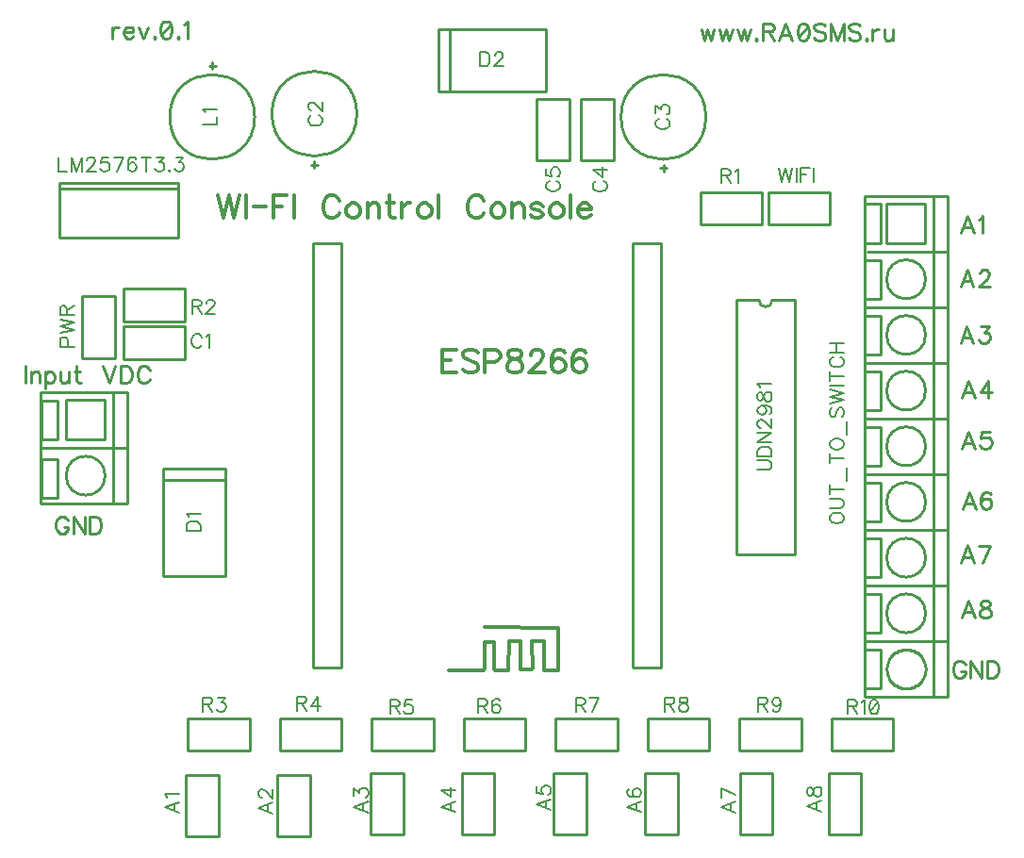
<source format=gbr>
G04 DipTrace 3.3.0.1*
G04 TopSilk.gbr*
%MOIN*%
G04 #@! TF.FileFunction,Legend,Top*
G04 #@! TF.Part,Single*
%ADD10C,0.009843*%
%ADD13C,0.011811*%
%ADD60C,0.00772*%
%ADD61C,0.012351*%
%ADD62C,0.009264*%
%FSLAX26Y26*%
G04*
G70*
G90*
G75*
G01*
G04 TopSilk*
%LPD*%
X973811Y555206D2*
D10*
X1088890D1*
Y772923D1*
X973811D1*
Y555206D1*
X1298811D2*
X1413890D1*
Y772923D1*
X1298811D1*
Y555206D1*
X1627992Y561328D2*
X1743071D1*
Y779045D1*
X1627992D1*
Y561328D1*
X1949932Y560358D2*
X2065010D1*
Y778075D1*
X1949932D1*
Y560358D1*
X2273811Y561328D2*
X2388890D1*
Y779045D1*
X2273811D1*
Y561328D1*
X2598811D2*
X2713890D1*
Y779045D1*
X2598811D1*
Y561328D1*
X2932995D2*
X3048073D1*
Y779045D1*
X2932995D1*
Y561328D1*
X3245749D2*
X3360828D1*
Y779045D1*
X3245749D1*
Y561328D1*
X752852Y2357425D2*
X970568D1*
Y2242346D1*
X752852D1*
Y2357425D1*
X1440375Y2928463D2*
X1416735D1*
X1428555Y2916667D2*
Y2940293D1*
X1278555Y3109573D2*
G02X1278555Y3109573I150000J0D01*
G01*
X2674332Y2916732D2*
X2650692D1*
X2662512Y2904936D2*
Y2928562D1*
X2512512Y3097842D2*
G02X2512512Y3097842I150000J0D01*
G01*
X2486192Y3161488D2*
X2371113D1*
Y2943772D1*
X2486192D1*
Y3161488D1*
X2329734Y3160984D2*
X2214655D1*
Y2943268D1*
X2329734D1*
Y3160984D1*
X893550Y1854814D2*
Y1476711D1*
X1114022Y1854814D2*
Y1476711D1*
X893550Y1854814D2*
X1114022D1*
X893550Y1504570D2*
Y1473303D1*
X1114022D1*
Y1504570D1*
Y1815624D2*
X893550D1*
X1867304Y3188646D2*
X2245407D1*
X1867304Y3409118D2*
X2245407D1*
X1867304Y3188646D2*
Y3409118D1*
X2217548Y3188646D2*
X2248815D1*
Y3409118D1*
X2217548D1*
X1906494D2*
Y3188646D1*
X1425383Y1151997D2*
X1525383D1*
X1425383Y2651997D2*
X1525383D1*
Y2576997D1*
Y1151997D1*
X1425383Y2651997D2*
Y1151997D1*
X2654228Y2651421D2*
X2554228D1*
X2654228Y1151421D2*
X2554228D1*
Y1226421D1*
Y2651421D1*
X2654228Y1151421D2*
Y2651421D1*
X765772Y2125869D2*
X460654D1*
Y1732168D1*
X765772D1*
Y2125869D1*
X521586Y2095396D2*
X462515D1*
Y1957601D1*
X521586D1*
Y2095396D1*
Y1888703D2*
X462515D1*
Y1750908D1*
X521586D1*
Y1888703D1*
X551121Y1829648D2*
G02X551121Y1829648I68896J0D01*
G01*
X687021Y2096341D2*
X549229D1*
Y1958546D1*
X687021D1*
Y2096341D1*
X765772Y1929018D2*
X460654D1*
X716556Y2125869D2*
Y1732168D1*
X1055751Y3279040D2*
X1079391D1*
X1067571Y3290836D2*
Y3267209D1*
X917571Y3097930D2*
G02X917571Y3097930I150000J0D01*
G01*
X528524Y2845068D2*
X945846D1*
X528524Y2864745D2*
X945846D1*
X528524Y2671832D2*
X945846D1*
X528524D2*
Y2864745D1*
X945846Y2671832D2*
Y2864745D1*
X3668042Y2819328D2*
X3372766D1*
Y1047675D1*
X3668042D1*
Y2819328D1*
X3451516Y2523993D2*
G02X3451516Y2523993I68888J0D01*
G01*
Y2327163D2*
G02X3451516Y2327163I68888J0D01*
G01*
Y2130332D2*
G02X3451516Y2130332I68888J0D01*
G01*
Y1933501D2*
G02X3451516Y1933501I68888J0D01*
G01*
Y1736671D2*
G02X3451516Y1736671I68888J0D01*
G01*
Y1539840D2*
G02X3451516Y1539840I68888J0D01*
G01*
Y1343009D2*
G02X3451516Y1343009I68888J0D01*
G01*
Y1146090D2*
X3451684Y1150891D1*
X3452187Y1155669D1*
X3453022Y1160400D1*
X3454185Y1165062D1*
X3455671Y1169631D1*
X3457472Y1174085D1*
X3459580Y1178403D1*
X3461984Y1182564D1*
X3464673Y1186546D1*
X3467633Y1190332D1*
X3470850Y1193902D1*
X3474309Y1197240D1*
X3477993Y1200328D1*
X3481883Y1203152D1*
X3485960Y1205697D1*
X3490206Y1207953D1*
X3494598Y1209907D1*
X3499117Y1211550D1*
X3503739Y1212874D1*
X3508442Y1213873D1*
X3513203Y1214542D1*
X3518000Y1214877D1*
X3522808D1*
X3527605Y1214542D1*
X3532366Y1213873D1*
X3537070Y1212874D1*
X3541692Y1211550D1*
X3546210Y1209907D1*
X3550603Y1207953D1*
X3554848Y1205697D1*
X3558926Y1203152D1*
X3562816Y1200328D1*
X3566499Y1197240D1*
X3569958Y1193902D1*
X3573175Y1190332D1*
X3576136Y1186546D1*
X3578824Y1182564D1*
X3581229Y1178403D1*
X3583336Y1174085D1*
X3585138Y1169631D1*
X3586623Y1165062D1*
X3587787Y1160400D1*
X3588622Y1155669D1*
X3589124Y1150891D1*
X3589292Y1146090D1*
X3589124Y1141289D1*
X3588622Y1136511D1*
X3587787Y1131780D1*
X3586623Y1127118D1*
X3585138Y1122549D1*
X3583336Y1118095D1*
X3581229Y1113777D1*
X3578824Y1109616D1*
X3576136Y1105633D1*
X3573175Y1101848D1*
X3569958Y1098277D1*
X3566499Y1094940D1*
X3562816Y1091852D1*
X3558926Y1089028D1*
X3554848Y1086482D1*
X3550603Y1084227D1*
X3546210Y1082273D1*
X3541692Y1080630D1*
X3537070Y1079306D1*
X3532366Y1078307D1*
X3527605Y1077638D1*
X3522808Y1077303D1*
X3518000D1*
X3513203Y1077638D1*
X3508442Y1078307D1*
X3503739Y1079306D1*
X3499117Y1080630D1*
X3494598Y1082273D1*
X3490206Y1084227D1*
X3485960Y1086482D1*
X3481883Y1089028D1*
X3477993Y1091852D1*
X3474309Y1094940D1*
X3470850Y1098277D1*
X3467633Y1101848D1*
X3464673Y1105633D1*
X3461984Y1109616D1*
X3459580Y1113777D1*
X3457472Y1118095D1*
X3455671Y1122549D1*
X3454185Y1127118D1*
X3453022Y1131780D1*
X3452187Y1136511D1*
X3451684Y1141289D1*
X3451516Y1146090D1*
X3587432Y2790804D2*
X3449627D1*
Y2652970D1*
X3587432D1*
Y2790804D1*
X3431822Y2789741D2*
X3372766D1*
Y2652084D1*
X3431822D1*
Y2789741D1*
Y2592911D2*
X3372766D1*
Y2455076D1*
X3431822D1*
Y2592911D1*
Y2396080D2*
X3372766D1*
Y2258245D1*
X3431822D1*
Y2396080D1*
Y2199249D2*
X3372766D1*
Y2061415D1*
X3431822D1*
Y2199249D1*
Y2002419D2*
X3372766D1*
Y1864584D1*
X3431822D1*
Y2002419D1*
Y1805588D2*
X3372766D1*
Y1667753D1*
X3431822D1*
Y1805588D1*
Y1608757D2*
X3372766D1*
Y1470923D1*
X3431822D1*
Y1608757D1*
Y1411927D2*
X3372766D1*
Y1274092D1*
X3431822D1*
Y1411927D1*
Y1214919D2*
X3372766D1*
Y1077261D1*
X3431822D1*
Y1214919D1*
X3382599Y2622497D2*
X3668042D1*
X3372766Y2425667D2*
X3668042D1*
X3372766Y2228836D2*
X3668042D1*
X3372766Y2032005D2*
X3668042D1*
X3372766Y1834997D2*
X3668042D1*
X3372766Y1638167D2*
X3668042D1*
X3372766Y1441336D2*
X3668042D1*
X3372766Y1244505D2*
X3668042D1*
X3618820Y2819328D2*
Y1047675D1*
X607269Y2246325D2*
X722348D1*
Y2464042D1*
X607269D1*
Y2246325D1*
X3012030Y2717849D2*
X2794314D1*
Y2832928D1*
X3012030D1*
Y2717849D1*
X753795Y2490114D2*
X971512D1*
Y2375035D1*
X753795D1*
Y2490114D1*
X981724Y971660D2*
X1199441D1*
Y856581D1*
X981724D1*
Y971660D1*
X1306724D2*
X1524441D1*
Y856581D1*
X1306724D1*
Y971660D1*
X1631724D2*
X1849441D1*
Y856581D1*
X1631724D1*
Y971660D1*
X1956724D2*
X2174441D1*
Y856581D1*
X1956724D1*
Y971660D1*
X2281724D2*
X2499441D1*
Y856581D1*
X2281724D1*
Y971660D1*
X2606724D2*
X2824441D1*
Y856581D1*
X2606724D1*
Y971660D1*
X2931724D2*
X3149441D1*
Y856581D1*
X2931724D1*
Y971660D1*
X3256724D2*
X3474441D1*
Y856581D1*
X3256724D1*
Y971660D1*
X3125566Y2450264D2*
Y1552626D1*
X2920833D2*
X3125566D1*
X2920833Y2450264D2*
Y1552626D1*
Y2450264D2*
X2999574D1*
X3125566D2*
X3046825D1*
X2999574D2*
G03X3046825Y2450264I23626J18D01*
G01*
X3250501Y2717255D2*
X3032785D1*
Y2832333D1*
X3250501D1*
Y2717255D1*
X1904715Y1142499D2*
D13*
X2027157D1*
X2030833Y1146377D2*
Y1240852D1*
X2033255Y1242063D2*
X2064142D1*
X2064764Y1237741D2*
X2064747Y1144559D1*
X2067621Y1142499D2*
X2113316D1*
X2115474Y1142458D2*
X2115694Y1243887D1*
X2117329Y1243420D2*
X2155867Y1243559D1*
X2156568Y1242159D2*
Y1145260D1*
X2157268Y1145493D2*
X2197429Y1146194D1*
X2199050Y1146522D2*
X2198829Y1243325D1*
X2198969Y1243394D2*
X2240858Y1243559D1*
X2241728Y1243394D2*
X2241791Y1142925D1*
X2242959Y1141757D2*
X2289657D1*
X2290199Y1141798D2*
X2290211Y1291490D1*
X2287546Y1292823D2*
X2031733Y1293489D1*
X949382Y675621D2*
D60*
X899142Y656442D1*
X949382Y637319D1*
X932635Y644504D2*
Y668436D1*
X908759Y691060D2*
X906327Y695869D1*
X899197Y703054D1*
X949382D1*
X1280504Y674055D2*
X1230264Y654876D1*
X1280504Y635753D1*
X1263757Y642938D2*
X1263758Y666870D1*
X1242258Y691926D2*
X1239881D1*
X1235073Y694302D1*
X1232696Y696679D1*
X1230319Y701487D1*
Y711049D1*
X1232696Y715802D1*
X1235073Y718179D1*
X1239881Y720611D1*
X1244634D1*
X1249443Y718179D1*
X1256572Y713426D1*
X1280504Y689494D1*
Y722987D1*
X1618868Y677115D2*
X1568628Y657937D1*
X1618868Y638813D1*
X1602121Y645998D2*
Y669930D1*
X1568683Y697363D2*
Y723616D1*
X1587806Y709301D1*
Y716486D1*
X1590183Y721239D1*
X1592559Y723616D1*
X1599744Y726048D1*
X1604498D1*
X1611683Y723616D1*
X1616491Y718863D1*
X1618868Y711678D1*
Y704493D1*
X1616491Y697363D1*
X1614059Y694986D1*
X1609306Y692554D1*
X1928563Y678019D2*
X1878323Y658840D1*
X1928563Y639717D1*
X1911817Y646902D2*
Y670834D1*
X1928563Y717390D2*
X1878379D1*
X1911817Y693458D1*
Y729328D1*
X2264687Y686299D2*
X2214447Y667120D1*
X2264687Y647997D1*
X2247940Y655182D2*
Y679114D1*
X2214502Y730423D2*
Y706547D1*
X2236002Y704170D1*
X2233625Y706547D1*
X2231193Y713732D1*
Y720861D1*
X2233625Y728046D1*
X2238378Y732855D1*
X2245563Y735231D1*
X2250317D1*
X2257502Y732855D1*
X2262310Y728046D1*
X2264687Y720861D1*
Y713732D1*
X2262310Y706546D1*
X2259878Y704170D1*
X2255125Y701738D1*
X2583565Y678331D2*
X2533325Y659153D1*
X2583565Y640029D1*
X2566818Y647214D2*
Y671146D1*
X2540510Y722455D2*
X2535756Y720079D1*
X2533380Y712894D1*
Y708140D1*
X2535756Y700955D1*
X2542941Y696147D1*
X2554880Y693770D1*
X2566818D1*
X2576380Y696147D1*
X2581188Y700955D1*
X2583565Y708140D1*
Y710517D1*
X2581188Y717647D1*
X2576380Y722455D1*
X2569194Y724832D1*
X2566818D1*
X2559633Y722455D1*
X2554880Y717647D1*
X2552503Y710517D1*
Y708140D1*
X2554880Y700955D1*
X2559633Y696147D1*
X2566818Y693770D1*
X2917748Y677115D2*
X2867508Y657937D1*
X2917748Y638813D1*
X2901002Y645998D2*
Y669930D1*
X2917748Y702116D2*
X2867564Y726048D1*
Y692554D1*
X3221320Y680204D2*
X3171080Y661026D1*
X3221320Y641903D1*
X3204574Y649088D2*
Y673019D1*
X3171136Y707582D2*
X3173512Y700452D1*
X3178266Y698020D1*
X3183074D1*
X3187827Y700452D1*
X3190259Y705205D1*
X3192636Y714767D1*
X3195012Y721952D1*
X3199821Y726705D1*
X3204574Y729082D1*
X3211759D1*
X3216512Y726705D1*
X3218944Y724329D1*
X3221320Y717143D1*
Y707582D1*
X3218944Y700452D1*
X3216512Y698020D1*
X3211759Y695644D1*
X3204574D1*
X3199821Y698020D1*
X3195012Y702829D1*
X3192636Y709958D1*
X3190259Y719520D1*
X3187827Y724329D1*
X3183074Y726705D1*
X3178266D1*
X3173512Y724329D1*
X3171136Y717144D1*
Y707582D1*
X1031226Y2319141D2*
X1028850Y2323895D1*
X1024041Y2328703D1*
X1019288Y2331080D1*
X1009727D1*
X1004918Y2328703D1*
X1000165Y2323895D1*
X997733Y2319141D1*
X995357Y2311956D1*
Y2299963D1*
X997733Y2292833D1*
X1000165Y2288025D1*
X1004918Y2283272D1*
X1009727Y2280840D1*
X1019288D1*
X1024041Y2283272D1*
X1028850Y2288025D1*
X1031226Y2292833D1*
X1046666Y2321463D2*
X1051474Y2323895D1*
X1058659Y2331024D1*
Y2280840D1*
X1418483Y3103020D2*
X1413730Y3100643D1*
X1408922Y3095835D1*
X1406545Y3091082D1*
Y3081520D1*
X1408922Y3076712D1*
X1413730Y3071959D1*
X1418483Y3069527D1*
X1425668Y3067150D1*
X1437662D1*
X1444791Y3069527D1*
X1449600Y3071959D1*
X1454353Y3076712D1*
X1456785Y3081520D1*
Y3091082D1*
X1454353Y3095835D1*
X1449600Y3100643D1*
X1444792Y3103020D1*
X1418539Y3120891D2*
X1416162D1*
X1411353Y3123268D1*
X1408977Y3125644D1*
X1406600Y3130453D1*
Y3140014D1*
X1408977Y3144767D1*
X1411353Y3147144D1*
X1416162Y3149576D1*
X1420915D1*
X1425724Y3147144D1*
X1432853Y3142391D1*
X1456785Y3118459D1*
Y3151952D1*
X2646318Y3091289D2*
X2641565Y3088912D1*
X2636756Y3084104D1*
X2634380Y3079351D1*
Y3069789D1*
X2636756Y3064981D1*
X2641565Y3060228D1*
X2646318Y3057796D1*
X2653503Y3055419D1*
X2665496D1*
X2672626Y3057796D1*
X2677435Y3060228D1*
X2682188Y3064981D1*
X2684620Y3069789D1*
Y3079351D1*
X2682188Y3084104D1*
X2677435Y3088912D1*
X2672626Y3091289D1*
X2634435Y3111537D2*
Y3137790D1*
X2653558Y3123475D1*
Y3130660D1*
X2655935Y3135413D1*
X2658311Y3137790D1*
X2665496Y3140221D1*
X2670250D1*
X2677435Y3137790D1*
X2682243Y3133036D1*
X2684620Y3125851D1*
Y3118666D1*
X2682243Y3111537D1*
X2679811Y3109160D1*
X2675058Y3106728D1*
X2424702Y2870429D2*
X2419949Y2868052D1*
X2415141Y2863244D1*
X2412764Y2858491D1*
Y2848929D1*
X2415141Y2844121D1*
X2419949Y2839367D1*
X2424702Y2836935D1*
X2431887Y2834559D1*
X2443881D1*
X2451011Y2836935D1*
X2455819Y2839367D1*
X2460572Y2844120D1*
X2463004Y2848929D1*
Y2858491D1*
X2460572Y2863244D1*
X2455819Y2868052D1*
X2451011Y2870429D1*
X2463004Y2909800D2*
X2412819D1*
X2446258Y2885868D1*
Y2921738D1*
X2259062Y2871113D2*
X2254309Y2868737D1*
X2249500Y2863928D1*
X2247124Y2859175D1*
Y2849613D1*
X2249500Y2844805D1*
X2254309Y2840052D1*
X2259062Y2837620D1*
X2266247Y2835243D1*
X2278240D1*
X2285370Y2837620D1*
X2290179Y2840052D1*
X2294932Y2844805D1*
X2297364Y2849613D1*
Y2859175D1*
X2294932Y2863928D1*
X2290179Y2868736D1*
X2285370Y2871113D1*
X2247179Y2915237D2*
Y2891361D1*
X2268679Y2888984D1*
X2266302Y2891361D1*
X2263870Y2898546D1*
Y2905676D1*
X2266302Y2912861D1*
X2271055Y2917669D1*
X2278241Y2920046D1*
X2282994D1*
X2290179Y2917669D1*
X2294987Y2912861D1*
X2297364Y2905676D1*
Y2898546D1*
X2294987Y2891361D1*
X2292555Y2888984D1*
X2287802Y2886552D1*
X975654Y1635300D2*
X1025894D1*
Y1652046D1*
X1023462Y1659231D1*
X1018709Y1664040D1*
X1013900Y1666416D1*
X1006771Y1668793D1*
X994777D1*
X987592Y1666416D1*
X982839Y1664040D1*
X978031Y1659231D1*
X975654Y1652046D1*
Y1635300D1*
X985271Y1684232D2*
X982839Y1689041D1*
X975709Y1696226D1*
X1025894D1*
X2015143Y3327014D2*
Y3276774D1*
X2031889D1*
X2039074Y3279206D1*
X2043883Y3283959D1*
X2046259Y3288768D1*
X2048636Y3295897D1*
Y3307891D1*
X2046259Y3315076D1*
X2043883Y3319829D1*
X2039074Y3324637D1*
X2031889Y3327014D1*
X2015143D1*
X2066507Y3315021D2*
Y3317397D1*
X2068884Y3322206D1*
X2071260Y3324582D1*
X2076069Y3326959D1*
X2085630D1*
X2090384Y3324582D1*
X2092760Y3322206D1*
X2095192Y3317397D1*
Y3312644D1*
X2092760Y3307836D1*
X2088007Y3300706D1*
X2064075Y3276774D1*
X2097569D1*
X1033317Y3069893D2*
X1083557D1*
Y3098578D1*
X1042934Y3114017D2*
X1040502Y3118825D1*
X1033372Y3126010D1*
X1083557D1*
X525011Y2955597D2*
Y2905357D1*
X553696D1*
X607382D2*
Y2955597D1*
X588259Y2905357D1*
X569136Y2955597D1*
Y2905357D1*
X625253Y2943603D2*
Y2945980D1*
X627630Y2950788D1*
X630006Y2953165D1*
X634815Y2955541D1*
X644376D1*
X649130Y2953165D1*
X651506Y2950788D1*
X653938Y2945980D1*
Y2941227D1*
X651506Y2936418D1*
X646753Y2929288D1*
X622821Y2905357D1*
X656315D1*
X700439Y2955541D2*
X676562D1*
X674186Y2934042D1*
X676562Y2936418D1*
X683747Y2938850D1*
X690877D1*
X698062Y2936418D1*
X702871Y2931665D1*
X705247Y2924480D1*
Y2919727D1*
X702871Y2912542D1*
X698062Y2907733D1*
X690877Y2905357D1*
X683747D1*
X676562Y2907733D1*
X674186Y2910165D1*
X671754Y2914918D1*
X730248Y2905357D2*
X754180Y2955541D1*
X720687D1*
X798304Y2948412D2*
X795927Y2953165D1*
X788742Y2955541D1*
X783989D1*
X776804Y2953165D1*
X771996Y2945980D1*
X769619Y2934042D1*
Y2922103D1*
X771996Y2912542D1*
X776804Y2907733D1*
X783989Y2905357D1*
X786366D1*
X793496Y2907733D1*
X798304Y2912542D1*
X800681Y2919727D1*
Y2922103D1*
X798304Y2929288D1*
X793496Y2934042D1*
X786366Y2936418D1*
X783989D1*
X776804Y2934042D1*
X771996Y2929288D1*
X769619Y2922103D1*
X832867Y2955597D2*
Y2905357D1*
X816120Y2955597D2*
X849613D1*
X869861Y2955541D2*
X896114D1*
X881799Y2936418D1*
X888984D1*
X893737Y2934042D1*
X896114Y2931665D1*
X898546Y2924480D1*
Y2919727D1*
X896114Y2912542D1*
X891361Y2907733D1*
X884176Y2905357D1*
X876991D1*
X869861Y2907733D1*
X867484Y2910165D1*
X865052Y2914918D1*
X916362Y2910165D2*
X913985Y2907733D1*
X916362Y2905357D1*
X918793Y2907733D1*
X916362Y2910165D1*
X939041Y2955541D2*
X965294D1*
X950979Y2936418D1*
X958164D1*
X962918Y2934042D1*
X965294Y2931665D1*
X967726Y2924480D1*
Y2919727D1*
X965294Y2912542D1*
X960541Y2907733D1*
X953356Y2905357D1*
X946171D1*
X939041Y2907733D1*
X936665Y2910165D1*
X934233Y2914918D1*
X3250448Y1675127D2*
X3252825Y1670319D1*
X3257633Y1665565D1*
X3262386Y1663134D1*
X3269571Y1660757D1*
X3281565D1*
X3288694Y1663134D1*
X3293503Y1665565D1*
X3298256Y1670319D1*
X3300688Y1675127D1*
Y1684689D1*
X3298256Y1689442D1*
X3293503Y1694250D1*
X3288694Y1696627D1*
X3281565Y1699003D1*
X3269571D1*
X3262386Y1696627D1*
X3257633Y1694250D1*
X3252825Y1689442D1*
X3250448Y1684689D1*
Y1675127D1*
Y1714443D2*
X3286318D1*
X3293503Y1716819D1*
X3298256Y1721628D1*
X3300688Y1728813D1*
Y1733566D1*
X3298256Y1740751D1*
X3293503Y1745559D1*
X3286318Y1747936D1*
X3250448D1*
Y1780122D2*
X3300688D1*
X3250448Y1763375D2*
Y1796869D1*
X3308978Y1812308D2*
Y1857739D1*
X3250448Y1889925D2*
X3300688D1*
X3250448Y1873179D2*
Y1906672D1*
Y1936481D2*
X3252825Y1931673D1*
X3257633Y1926920D1*
X3262386Y1924488D1*
X3269571Y1922111D1*
X3281565D1*
X3288694Y1924488D1*
X3293503Y1926920D1*
X3298256Y1931673D1*
X3300688Y1936481D1*
Y1946043D1*
X3298256Y1950796D1*
X3293503Y1955604D1*
X3288694Y1957981D1*
X3281565Y1960358D1*
X3269571D1*
X3262386Y1957981D1*
X3257633Y1955605D1*
X3252825Y1950796D1*
X3250448Y1946043D1*
Y1936481D1*
X3308978Y1975797D2*
Y2021228D1*
X3257633Y2070161D2*
X3252825Y2065408D1*
X3250448Y2058223D1*
Y2048661D1*
X3252825Y2041476D1*
X3257633Y2036668D1*
X3262386D1*
X3267195Y2039100D1*
X3269571Y2041476D1*
X3271948Y2046229D1*
X3276756Y2060599D1*
X3279133Y2065408D1*
X3281565Y2067784D1*
X3286318Y2070161D1*
X3293503D1*
X3298256Y2065408D1*
X3300688Y2058223D1*
Y2048661D1*
X3298256Y2041476D1*
X3293503Y2036668D1*
X3250448Y2085600D2*
X3300688Y2097594D1*
X3250448Y2109532D1*
X3300688Y2121470D1*
X3250448Y2133464D1*
Y2148903D2*
X3300688D1*
X3250448Y2181089D2*
X3300688D1*
X3250448Y2164342D2*
Y2197836D1*
X3262386Y2249145D2*
X3257633Y2246768D1*
X3252825Y2241960D1*
X3250448Y2237207D1*
Y2227645D1*
X3252825Y2222836D1*
X3257633Y2218083D1*
X3262386Y2215651D1*
X3269571Y2213275D1*
X3281565D1*
X3288694Y2215651D1*
X3293503Y2218083D1*
X3298256Y2222836D1*
X3300688Y2227645D1*
Y2237207D1*
X3298256Y2241960D1*
X3293503Y2246768D1*
X3288694Y2249145D1*
X3250448Y2264584D2*
X3300688D1*
X3250448Y2298077D2*
X3300688D1*
X3274380Y2264584D2*
Y2298077D1*
X555847Y2285381D2*
Y2306936D1*
X553470Y2314066D1*
X551038Y2316498D1*
X546285Y2318875D1*
X539100D1*
X534347Y2316498D1*
X531915Y2314066D1*
X529538Y2306936D1*
Y2285381D1*
X579778D1*
X529538Y2334314D2*
X579778Y2346307D1*
X529538Y2358245D1*
X579778Y2370184D1*
X529538Y2382177D1*
X553470Y2397616D2*
Y2419116D1*
X551038Y2426301D1*
X548662Y2428733D1*
X543909Y2431110D1*
X539100D1*
X534347Y2428733D1*
X531915Y2426301D1*
X529538Y2419116D1*
Y2397616D1*
X579778D1*
X553470Y2414363D2*
X579778Y2431110D1*
X2866587Y2889787D2*
X2888087D1*
X2895272Y2892219D1*
X2897704Y2894596D1*
X2900080Y2899349D1*
Y2904157D1*
X2897704Y2908910D1*
X2895272Y2911342D1*
X2888087Y2913719D1*
X2866587D1*
Y2863479D1*
X2883334Y2889787D2*
X2900080Y2863479D1*
X2915519Y2904102D2*
X2920328Y2906534D1*
X2927513Y2913664D1*
Y2863479D1*
X995922Y2427592D2*
X1017422D1*
X1024607Y2430023D1*
X1027039Y2432400D1*
X1029416Y2437153D1*
Y2441962D1*
X1027039Y2446715D1*
X1024607Y2449147D1*
X1017422Y2451523D1*
X995922D1*
Y2401283D1*
X1012669Y2427592D2*
X1029416Y2401283D1*
X1047287Y2439530D2*
Y2441906D1*
X1049663Y2446715D1*
X1052040Y2449091D1*
X1056848Y2451468D1*
X1066410D1*
X1071163Y2449091D1*
X1073540Y2446715D1*
X1075972Y2441906D1*
Y2437153D1*
X1073540Y2432345D1*
X1068787Y2425215D1*
X1044855Y2401283D1*
X1078348D1*
X1034064Y1022397D2*
X1055564D1*
X1062749Y1024829D1*
X1065181Y1027206D1*
X1067557Y1031959D1*
Y1036767D1*
X1065181Y1041521D1*
X1062749Y1043952D1*
X1055564Y1046329D1*
X1034064D1*
Y996089D1*
X1050811Y1022397D2*
X1067557Y996089D1*
X1087805Y1046274D2*
X1114058D1*
X1099743Y1027151D1*
X1106928D1*
X1111681Y1024774D1*
X1114058Y1022397D1*
X1116490Y1015212D1*
Y1010459D1*
X1114058Y1003274D1*
X1109305Y998466D1*
X1102120Y996089D1*
X1094935D1*
X1087805Y998466D1*
X1085428Y1000897D1*
X1082997Y1005651D1*
X1367059Y1025459D2*
X1388559D1*
X1395744Y1027891D1*
X1398176Y1030267D1*
X1400553Y1035021D1*
Y1039829D1*
X1398176Y1044582D1*
X1395744Y1047014D1*
X1388559Y1049391D1*
X1367059D1*
Y999151D1*
X1383806Y1025459D2*
X1400553Y999151D1*
X1439924D2*
Y1049335D1*
X1415992Y1015897D1*
X1451862D1*
X1696308Y1013215D2*
X1717808D1*
X1724993Y1015647D1*
X1727425Y1018023D1*
X1729801Y1022777D1*
Y1027585D1*
X1727425Y1032338D1*
X1724993Y1034770D1*
X1717808Y1037147D1*
X1696308D1*
Y986907D1*
X1713055Y1013215D2*
X1729801Y986907D1*
X1773926Y1037091D2*
X1750049D1*
X1747672Y1015592D1*
X1750049Y1017968D1*
X1757234Y1020400D1*
X1764364D1*
X1771549Y1017968D1*
X1776357Y1013215D1*
X1778734Y1006030D1*
Y1001277D1*
X1776357Y994092D1*
X1771549Y989283D1*
X1764364Y986907D1*
X1757234D1*
X1750049Y989283D1*
X1747672Y991715D1*
X1745241Y996468D1*
X2007220Y1016275D2*
X2028719D1*
X2035904Y1018707D1*
X2038336Y1021084D1*
X2040713Y1025837D1*
Y1030645D1*
X2038336Y1035399D1*
X2035904Y1037830D1*
X2028719Y1040207D1*
X2007220D1*
Y989967D1*
X2023966Y1016275D2*
X2040713Y989967D1*
X2084837Y1033022D2*
X2082460Y1037775D1*
X2075275Y1040152D1*
X2070522D1*
X2063337Y1037775D1*
X2058529Y1030590D1*
X2056152Y1018652D1*
Y1006714D1*
X2058529Y997152D1*
X2063337Y992344D1*
X2070522Y989967D1*
X2072899D1*
X2080029Y992344D1*
X2084837Y997152D1*
X2087214Y1004337D1*
Y1006714D1*
X2084837Y1013899D1*
X2080029Y1018652D1*
X2072899Y1021028D1*
X2070522D1*
X2063337Y1018652D1*
X2058529Y1013899D1*
X2056152Y1006714D1*
X2352431Y1019337D2*
X2373931D1*
X2381116Y1021769D1*
X2383548Y1024145D1*
X2385925Y1028899D1*
Y1033707D1*
X2383548Y1038460D1*
X2381116Y1040892D1*
X2373931Y1043269D1*
X2352431D1*
Y993029D1*
X2369178Y1019337D2*
X2385925Y993029D1*
X2410926D2*
X2434857Y1043213D1*
X2401364D1*
X2668275Y1022397D2*
X2689775D1*
X2696960Y1024829D1*
X2699392Y1027206D1*
X2701769Y1031959D1*
Y1036767D1*
X2699392Y1041521D1*
X2696960Y1043952D1*
X2689775Y1046329D1*
X2668275D1*
Y996089D1*
X2685022Y1022397D2*
X2701769Y996089D1*
X2729146Y1046274D2*
X2722016Y1043897D1*
X2719584Y1039144D1*
Y1034336D1*
X2722016Y1029582D1*
X2726770Y1027151D1*
X2736331Y1024774D1*
X2743516Y1022397D1*
X2748269Y1017589D1*
X2750646Y1012836D1*
Y1005651D1*
X2748269Y1000897D1*
X2745893Y998466D1*
X2738708Y996089D1*
X2729146D1*
X2722016Y998466D1*
X2719584Y1000897D1*
X2717208Y1005651D1*
Y1012836D1*
X2719584Y1017589D1*
X2724393Y1022397D1*
X2731523Y1024774D1*
X2741084Y1027151D1*
X2745893Y1029582D1*
X2748269Y1034336D1*
Y1039144D1*
X2745893Y1043897D1*
X2738708Y1046274D1*
X2729146D1*
X2997496Y1022397D2*
X3018996D1*
X3026181Y1024829D1*
X3028613Y1027206D1*
X3030990Y1031959D1*
Y1036767D1*
X3028613Y1041521D1*
X3026181Y1043952D1*
X3018996Y1046329D1*
X2997496D1*
Y996089D1*
X3014243Y1022397D2*
X3030990Y996089D1*
X3077546Y1029582D2*
X3075114Y1022397D1*
X3070361Y1017589D1*
X3063176Y1015212D1*
X3060799D1*
X3053614Y1017589D1*
X3048861Y1022397D1*
X3046429Y1029582D1*
Y1031959D1*
X3048861Y1039144D1*
X3053614Y1043897D1*
X3060799Y1046274D1*
X3063176D1*
X3070361Y1043897D1*
X3075114Y1039144D1*
X3077546Y1029582D1*
Y1017589D1*
X3075114Y1005651D1*
X3070361Y998466D1*
X3063176Y996089D1*
X3058422D1*
X3051237Y998466D1*
X3048861Y1003274D1*
X3313715Y1013215D2*
X3335215D1*
X3342400Y1015647D1*
X3344832Y1018023D1*
X3347208Y1022777D1*
Y1027585D1*
X3344832Y1032338D1*
X3342400Y1034770D1*
X3335215Y1037147D1*
X3313715D1*
Y986907D1*
X3330462Y1013215D2*
X3347208Y986907D1*
X3362648Y1027530D2*
X3367456Y1029962D1*
X3374641Y1037091D1*
Y986907D1*
X3404450Y1037091D2*
X3397265Y1034715D1*
X3392457Y1027530D1*
X3390080Y1015592D1*
Y1008406D1*
X3392457Y996468D1*
X3397265Y989283D1*
X3404450Y986907D1*
X3409204D1*
X3416389Y989283D1*
X3421142Y996468D1*
X3423574Y1008406D1*
Y1015592D1*
X3421142Y1027530D1*
X3416389Y1034715D1*
X3409204Y1037091D1*
X3404450D1*
X3421142Y1027530D2*
X3392457Y996468D1*
X2995067Y1849866D2*
X3030937D1*
X3038122Y1852243D1*
X3042875Y1857051D1*
X3045307Y1864236D1*
Y1868990D1*
X3042875Y1876175D1*
X3038122Y1880983D1*
X3030937Y1883360D1*
X2995067D1*
Y1898799D2*
X3045307D1*
Y1915546D1*
X3042875Y1922731D1*
X3038122Y1927539D1*
X3033314Y1929916D1*
X3026184Y1932292D1*
X3014191D1*
X3007006Y1929916D1*
X3002252Y1927539D1*
X2997444Y1922731D1*
X2995067Y1915546D1*
Y1898799D1*
Y1981225D2*
X3045307D1*
X2995067Y1947732D1*
X3045307Y1947731D1*
X3007061Y1999096D2*
X3004684D1*
X2999876Y2001473D1*
X2997499Y2003849D1*
X2995123Y2008658D1*
Y2018219D1*
X2997499Y2022972D1*
X2999876Y2025349D1*
X3004684Y2027781D1*
X3009437D1*
X3014246Y2025349D1*
X3021376Y2020596D1*
X3045307Y1996664D1*
Y2030157D1*
X3011814Y2076713D2*
X3018999Y2074282D1*
X3023807Y2069528D1*
X3026184Y2062343D1*
Y2059967D1*
X3023807Y2052782D1*
X3018999Y2048029D1*
X3011814Y2045597D1*
X3009437D1*
X3002252Y2048029D1*
X2997499Y2052782D1*
X2995123Y2059967D1*
Y2062343D1*
X2997499Y2069528D1*
X3002252Y2074282D1*
X3011814Y2076713D1*
X3023807D1*
X3035746Y2074282D1*
X3042931Y2069528D1*
X3045307Y2062343D1*
Y2057590D1*
X3042931Y2050405D1*
X3038122Y2048029D1*
X2995123Y2104091D2*
X2997499Y2096961D1*
X3002252Y2094529D1*
X3007061D1*
X3011814Y2096961D1*
X3014246Y2101714D1*
X3016622Y2111276D1*
X3018999Y2118461D1*
X3023807Y2123214D1*
X3028561Y2125591D1*
X3035746D1*
X3040499Y2123214D1*
X3042931Y2120838D1*
X3045307Y2113652D1*
Y2104091D1*
X3042931Y2096961D1*
X3040499Y2094529D1*
X3035746Y2092153D1*
X3028561D1*
X3023807Y2094529D1*
X3018999Y2099338D1*
X3016622Y2106467D1*
X3014246Y2116029D1*
X3011814Y2120838D1*
X3007061Y2123214D1*
X3002252D1*
X2997499Y2120838D1*
X2995123Y2113653D1*
Y2104091D1*
X3004684Y2141030D2*
X3002252Y2145838D1*
X2995123Y2153023D1*
X3045307D1*
X3069810Y2919246D2*
X3081804Y2869006D1*
X3093742Y2919246D1*
X3105680Y2869006D1*
X3117674Y2919246D1*
X3133113D2*
Y2869006D1*
X3179669Y2919246D2*
X3148552D1*
Y2869006D1*
Y2895315D2*
X3167676D1*
X3195108Y2919246D2*
Y2869006D1*
X1929109Y2274646D2*
D61*
X1879411D1*
Y2194262D1*
X1929109D1*
X1879411Y2236355D2*
X1910008D1*
X2007401Y2263150D2*
X1999796Y2270843D1*
X1988300Y2274646D1*
X1973001D1*
X1961505Y2270843D1*
X1953812Y2263150D1*
Y2255544D1*
X1957703Y2247851D1*
X1961505Y2244048D1*
X1969110Y2240246D1*
X1992102Y2232552D1*
X1999796Y2228750D1*
X2003599Y2224859D1*
X2007401Y2217254D1*
Y2205758D1*
X1999796Y2198153D1*
X1988300Y2194262D1*
X1973001D1*
X1961505Y2198153D1*
X1953812Y2205758D1*
X2032104Y2232552D2*
X2066592D1*
X2078000Y2236355D1*
X2081891Y2240246D1*
X2085693Y2247851D1*
Y2259347D1*
X2081891Y2266952D1*
X2078000Y2270843D1*
X2066592Y2274646D1*
X2032104D1*
Y2194262D1*
X2129497Y2274557D2*
X2118090Y2270755D1*
X2114199Y2263150D1*
Y2255456D1*
X2118090Y2247851D1*
X2125695Y2243960D1*
X2140993Y2240157D1*
X2152489Y2236355D1*
X2160094Y2228661D1*
X2163897Y2221056D1*
Y2209560D1*
X2160094Y2201955D1*
X2156292Y2198064D1*
X2144796Y2194262D1*
X2129497D1*
X2118090Y2198064D1*
X2114199Y2201955D1*
X2110396Y2209560D1*
Y2221056D1*
X2114199Y2228661D1*
X2121892Y2236355D1*
X2133300Y2240157D1*
X2148598Y2243960D1*
X2156292Y2247851D1*
X2160094Y2255456D1*
Y2263150D1*
X2156292Y2270755D1*
X2144796Y2274557D1*
X2129497D1*
X2192491Y2255456D2*
Y2259259D1*
X2196293Y2266952D1*
X2200096Y2270755D1*
X2207789Y2274557D1*
X2223088D1*
X2230693Y2270755D1*
X2234496Y2266952D1*
X2238387Y2259259D1*
Y2251653D1*
X2234496Y2243960D1*
X2226890Y2232552D1*
X2188600Y2194262D1*
X2242189D1*
X2312788Y2263150D2*
X2308985Y2270755D1*
X2297489Y2274557D1*
X2289884D1*
X2278388Y2270755D1*
X2270694Y2259259D1*
X2266892Y2240157D1*
Y2221056D1*
X2270694Y2205758D1*
X2278388Y2198064D1*
X2289884Y2194262D1*
X2293687D1*
X2305094Y2198064D1*
X2312788Y2205758D1*
X2316590Y2217254D1*
Y2221056D1*
X2312788Y2232552D1*
X2305094Y2240157D1*
X2293687Y2243960D1*
X2289884D1*
X2278388Y2240157D1*
X2270694Y2232552D1*
X2266892Y2221056D1*
X2387189Y2263150D2*
X2383386Y2270755D1*
X2371890Y2274557D1*
X2364285D1*
X2352789Y2270755D1*
X2345096Y2259259D1*
X2341293Y2240157D1*
Y2221056D1*
X2345096Y2205758D1*
X2352789Y2198064D1*
X2364285Y2194262D1*
X2368088D1*
X2379495Y2198064D1*
X2387189Y2205758D1*
X2390991Y2217254D1*
Y2221056D1*
X2387189Y2232552D1*
X2379495Y2240157D1*
X2368088Y2243960D1*
X2364285D1*
X2352789Y2240157D1*
X2345096Y2232552D1*
X2341293Y2221056D1*
X408037Y2217211D2*
D62*
Y2156923D1*
X426564Y2197115D2*
Y2156923D1*
Y2185641D2*
X435186Y2194263D1*
X440956Y2197115D1*
X449512D1*
X455282Y2194263D1*
X458134Y2185641D1*
Y2156923D1*
X476661Y2197115D2*
Y2136827D1*
Y2188493D2*
X482431Y2194197D1*
X488135Y2197115D1*
X496757D1*
X502527Y2194197D1*
X508231Y2188493D1*
X511149Y2179871D1*
Y2174101D1*
X508231Y2165545D1*
X502527Y2159775D1*
X496757Y2156923D1*
X488135D1*
X482431Y2159775D1*
X476661Y2165545D1*
X529676Y2197115D2*
Y2168397D1*
X532528Y2159841D1*
X538298Y2156923D1*
X546920D1*
X552624Y2159841D1*
X561246Y2168397D1*
Y2197115D2*
Y2156923D1*
X588395Y2217211D2*
Y2168397D1*
X591247Y2159841D1*
X597017Y2156923D1*
X602721D1*
X579773Y2197115D2*
X599869D1*
X679569Y2217211D2*
X702517Y2156923D1*
X725465Y2217211D1*
X743992D2*
Y2156923D1*
X764088D1*
X772710Y2159841D1*
X778480Y2165545D1*
X781332Y2171315D1*
X784184Y2179871D1*
Y2194263D1*
X781332Y2202885D1*
X778480Y2208589D1*
X772710Y2214359D1*
X764088Y2217211D1*
X743992D1*
X845755Y2202885D2*
X842903Y2208589D1*
X837133Y2214359D1*
X831429Y2217211D1*
X819955D1*
X814185Y2214359D1*
X808481Y2208589D1*
X805563Y2202885D1*
X802711Y2194263D1*
Y2179871D1*
X805563Y2171315D1*
X808481Y2165545D1*
X814185Y2159841D1*
X819955Y2156923D1*
X831429D1*
X837133Y2159841D1*
X842903Y2165545D1*
X845755Y2171315D1*
X3729169Y1161173D2*
X3726317Y1166877D1*
X3720547Y1172647D1*
X3714843Y1175499D1*
X3703369D1*
X3697599Y1172647D1*
X3691895Y1166877D1*
X3688977Y1161173D1*
X3686125Y1152551D1*
Y1138159D1*
X3688977Y1129603D1*
X3691895Y1123833D1*
X3697599Y1118129D1*
X3703369Y1115211D1*
X3714843D1*
X3720547Y1118129D1*
X3726317Y1123833D1*
X3729169Y1129603D1*
Y1138159D1*
X3714843D1*
X3787888Y1175499D2*
Y1115211D1*
X3747696Y1175499D1*
Y1115211D1*
X3806415Y1175499D2*
Y1115211D1*
X3826511D1*
X3835133Y1118129D1*
X3840904Y1123833D1*
X3843755Y1129603D1*
X3846607Y1138159D1*
Y1152551D1*
X3843755Y1161173D1*
X3840904Y1166877D1*
X3835133Y1172647D1*
X3826511Y1175499D1*
X3806415D1*
X3758969Y2686637D2*
X3735954Y2746925D1*
X3713006Y2686637D1*
X3721629Y2706733D2*
X3750347D1*
X3777496Y2735385D2*
X3783266Y2738303D1*
X3791888Y2746859D1*
Y2686637D1*
X3758576Y2497243D2*
X3735561Y2557531D1*
X3712613Y2497243D1*
X3721235Y2517339D2*
X3749953D1*
X3780021Y2543139D2*
Y2545991D1*
X3782873Y2551761D1*
X3785725Y2554613D1*
X3791495Y2557465D1*
X3802969D1*
X3808673Y2554613D1*
X3811525Y2551761D1*
X3814443Y2545991D1*
Y2540287D1*
X3811525Y2534517D1*
X3805821Y2525962D1*
X3777103Y2497243D1*
X3817295D1*
X3758183Y2298666D2*
X3735169Y2358954D1*
X3712221Y2298666D1*
X3720843Y2318762D2*
X3749561D1*
X3782480Y2358888D2*
X3813984D1*
X3796806Y2335940D1*
X3805428D1*
X3811132Y2333088D1*
X3813984Y2330236D1*
X3816902Y2321614D1*
Y2315910D1*
X3813984Y2307288D1*
X3808280Y2301518D1*
X3799658Y2298666D1*
X3791036D1*
X3782480Y2301518D1*
X3779628Y2304436D1*
X3776710Y2310140D1*
X3763913Y2103150D2*
X3740899Y2163438D1*
X3717951Y2103150D1*
X3726573Y2123246D2*
X3755291D1*
X3811158Y2103150D2*
Y2163372D1*
X3782440Y2123246D1*
X3825484D1*
X3763520Y1926001D2*
X3740506Y1986289D1*
X3717558Y1926001D1*
X3726180Y1946097D2*
X3754898D1*
X3816469Y1986222D2*
X3787818D1*
X3784966Y1960422D1*
X3787818Y1963274D1*
X3796440Y1966193D1*
X3804995D1*
X3813617Y1963274D1*
X3819388Y1957571D1*
X3822239Y1948949D1*
Y1943245D1*
X3819388Y1934623D1*
X3813617Y1928853D1*
X3804995Y1926001D1*
X3796440D1*
X3787818Y1928853D1*
X3784966Y1931771D1*
X3782047Y1937475D1*
X3766189Y1712118D2*
X3743175Y1772406D1*
X3720227Y1712118D1*
X3728849Y1732214D2*
X3757567D1*
X3819138Y1763784D2*
X3816286Y1769488D1*
X3807664Y1772340D1*
X3801960D1*
X3793338Y1769488D1*
X3787568Y1760866D1*
X3784716Y1746540D1*
Y1732214D1*
X3787568Y1720740D1*
X3793338Y1714970D1*
X3801960Y1712118D1*
X3804812D1*
X3813368Y1714970D1*
X3819138Y1720740D1*
X3821990Y1729362D1*
Y1732214D1*
X3819138Y1740836D1*
X3813368Y1746540D1*
X3804812Y1749392D1*
X3801960D1*
X3793338Y1746540D1*
X3787568Y1740836D1*
X3784716Y1732214D1*
X3759674Y1522725D2*
X3736660Y1583013D1*
X3713712Y1522725D1*
X3722334Y1542821D2*
X3751052D1*
X3789675Y1522725D2*
X3818393Y1582947D1*
X3778201D1*
X3762343Y1327209D2*
X3739328Y1387497D1*
X3716380Y1327209D1*
X3725002Y1347305D2*
X3753720D1*
X3795195Y1387431D2*
X3786640Y1384579D1*
X3783722Y1378875D1*
Y1373105D1*
X3786640Y1367401D1*
X3792344Y1364483D1*
X3803818Y1361631D1*
X3812440Y1358779D1*
X3818143Y1353009D1*
X3820995Y1347305D1*
Y1338683D1*
X3818143Y1332979D1*
X3815292Y1330061D1*
X3806669Y1327209D1*
X3795195D1*
X3786640Y1330061D1*
X3783722Y1332979D1*
X3780870Y1338683D1*
Y1347305D1*
X3783722Y1353009D1*
X3789492Y1358779D1*
X3798047Y1361631D1*
X3809521Y1364483D1*
X3815292Y1367401D1*
X3818143Y1373105D1*
Y1378875D1*
X3815292Y1384579D1*
X3806669Y1387431D1*
X3795195D1*
X2795528Y3408442D2*
X2807002Y3368250D1*
X2818476Y3408442D1*
X2829950Y3368250D1*
X2841423Y3408442D1*
X2859951D2*
X2871425Y3368250D1*
X2882898Y3408442D1*
X2894372Y3368250D1*
X2905846Y3408442D1*
X2924373D2*
X2935847Y3368250D1*
X2947321Y3408442D1*
X2958795Y3368250D1*
X2970269Y3408442D1*
X2991648Y3374020D2*
X2988796Y3371102D1*
X2991648Y3368250D1*
X2994567Y3371102D1*
X2991648Y3374020D1*
X3013094Y3399820D2*
X3038893D1*
X3047516Y3402738D1*
X3050434Y3405590D1*
X3053286Y3411294D1*
Y3417064D1*
X3050434Y3422768D1*
X3047516Y3425686D1*
X3038893Y3428538D1*
X3013094D1*
Y3368250D1*
X3033190Y3399820D2*
X3053286Y3368250D1*
X3117775D2*
X3094761Y3428538D1*
X3071813Y3368250D1*
X3080435Y3388346D2*
X3109153D1*
X3153546Y3428471D2*
X3144924Y3425620D1*
X3139154Y3416997D1*
X3136302Y3402672D1*
Y3394050D1*
X3139154Y3379724D1*
X3144924Y3371102D1*
X3153546Y3368250D1*
X3159250D1*
X3167872Y3371102D1*
X3173576Y3379724D1*
X3176494Y3394050D1*
Y3402672D1*
X3173576Y3416997D1*
X3167872Y3425620D1*
X3159250Y3428471D1*
X3153546D1*
X3173576Y3416997D2*
X3139154Y3379724D1*
X3235213Y3419916D2*
X3229509Y3425686D1*
X3220887Y3428538D1*
X3209413D1*
X3200791Y3425686D1*
X3195021Y3419916D1*
Y3414212D1*
X3197939Y3408442D1*
X3200791Y3405590D1*
X3206495Y3402738D1*
X3223739Y3396968D1*
X3229509Y3394116D1*
X3232361Y3391198D1*
X3235213Y3385494D1*
Y3376872D1*
X3229509Y3371168D1*
X3220887Y3368250D1*
X3209413D1*
X3200791Y3371168D1*
X3195021Y3376872D1*
X3299636Y3368250D2*
Y3428538D1*
X3276688Y3368250D1*
X3253740Y3428538D1*
Y3368250D1*
X3358355Y3419916D2*
X3352651Y3425686D1*
X3344029Y3428538D1*
X3332555D1*
X3323933Y3425686D1*
X3318163Y3419916D1*
Y3414212D1*
X3321081Y3408442D1*
X3323933Y3405590D1*
X3329637Y3402738D1*
X3346881Y3396968D1*
X3352651Y3394116D1*
X3355503Y3391198D1*
X3358355Y3385494D1*
Y3376872D1*
X3352651Y3371168D1*
X3344029Y3368250D1*
X3332555D1*
X3323933Y3371168D1*
X3318163Y3376872D1*
X3379734Y3374020D2*
X3376882Y3371102D1*
X3379734Y3368250D1*
X3382652Y3371102D1*
X3379734Y3374020D1*
X3401179Y3408442D2*
Y3368250D1*
Y3391198D2*
X3404098Y3399820D1*
X3409801Y3405590D1*
X3415572Y3408442D1*
X3424194D1*
X3442721D2*
Y3379724D1*
X3445573Y3371168D1*
X3451343Y3368250D1*
X3459965D1*
X3465669Y3371168D1*
X3474291Y3379724D1*
Y3408442D2*
Y3368250D1*
X557378Y1670825D2*
X554526Y1676528D1*
X548756Y1682298D1*
X543052Y1685150D1*
X531579D1*
X525808Y1682298D1*
X520105Y1676528D1*
X517186Y1670825D1*
X514334Y1662202D1*
Y1647810D1*
X517186Y1639255D1*
X520105Y1633484D1*
X525808Y1627781D1*
X531579Y1624862D1*
X543052D1*
X548756Y1627781D1*
X554526Y1633484D1*
X557378Y1639255D1*
Y1647810D1*
X543052D1*
X616097Y1685150D2*
Y1624862D1*
X575905Y1685150D1*
Y1624862D1*
X634625Y1685150D2*
Y1624862D1*
X654721D1*
X663343Y1627781D1*
X669113Y1633484D1*
X671965Y1639255D1*
X674817Y1647810D1*
Y1662202D1*
X671965Y1670825D1*
X669113Y1676528D1*
X663343Y1682298D1*
X654721Y1685150D1*
X634625D1*
X712794Y3416142D2*
Y3375950D1*
Y3398898D2*
X715712Y3407520D1*
X721416Y3413290D1*
X727186Y3416142D1*
X735808D1*
X754336Y3398898D2*
X788757D1*
Y3404668D1*
X785905Y3410438D1*
X783054Y3413290D1*
X777283Y3416142D1*
X768661D1*
X762958Y3413290D1*
X757187Y3407520D1*
X754336Y3398898D1*
Y3393194D1*
X757187Y3384572D1*
X762958Y3378868D1*
X768661Y3375950D1*
X777283D1*
X783054Y3378868D1*
X788757Y3384572D1*
X807284Y3416142D2*
X824529Y3375950D1*
X841706Y3416142D1*
X863085Y3381720D2*
X860233Y3378802D1*
X863085Y3375950D1*
X866004Y3378802D1*
X863085Y3381720D1*
X901775Y3436171D2*
X893153Y3433319D1*
X887383Y3424697D1*
X884531Y3410371D1*
Y3401749D1*
X887383Y3387424D1*
X893153Y3378802D1*
X901775Y3375950D1*
X907479D1*
X916101Y3378802D1*
X921804Y3387424D1*
X924723Y3401749D1*
Y3410371D1*
X921804Y3424697D1*
X916101Y3433319D1*
X907479Y3436171D1*
X901775D1*
X921804Y3424697D2*
X887383Y3387424D1*
X946102Y3381720D2*
X943250Y3378802D1*
X946102Y3375950D1*
X949020Y3378802D1*
X946102Y3381720D1*
X967547Y3424697D2*
X973317Y3427616D1*
X981939Y3436171D1*
Y3375950D1*
X1087411Y2820151D2*
D61*
X1106600Y2739767D1*
X1125702Y2820151D1*
X1144803Y2739767D1*
X1163992Y2820151D1*
X1188695D2*
Y2739767D1*
X1213398Y2779915D2*
X1257613D1*
X1332103Y2820151D2*
X1282316D1*
Y2739767D1*
Y2781860D2*
X1312913D1*
X1356806Y2820151D2*
Y2739767D1*
X1516662Y2801050D2*
X1512860Y2808655D1*
X1505166Y2816349D1*
X1497561Y2820151D1*
X1482262D1*
X1474569Y2816349D1*
X1466964Y2808655D1*
X1463073Y2801050D1*
X1459270Y2789554D1*
Y2770364D1*
X1463073Y2758957D1*
X1466964Y2751263D1*
X1474569Y2743658D1*
X1482262Y2739767D1*
X1497561D1*
X1505166Y2743658D1*
X1512860Y2751263D1*
X1516662Y2758957D1*
X1560466Y2793356D2*
X1552861Y2789554D1*
X1545167Y2781860D1*
X1541365Y2770364D1*
Y2762759D1*
X1545167Y2751263D1*
X1552861Y2743658D1*
X1560466Y2739767D1*
X1571962D1*
X1579656Y2743658D1*
X1587261Y2751263D1*
X1591152Y2762759D1*
Y2770364D1*
X1587261Y2781860D1*
X1579656Y2789554D1*
X1571962Y2793356D1*
X1560466D1*
X1615854D2*
Y2739767D1*
Y2778058D2*
X1627351Y2789554D1*
X1635044Y2793356D1*
X1646452D1*
X1654145Y2789554D1*
X1657948Y2778058D1*
Y2739767D1*
X1694147Y2820151D2*
Y2755066D1*
X1697949Y2743658D1*
X1705643Y2739767D1*
X1713248D1*
X1682651Y2793356D2*
X1709445D1*
X1737951D2*
Y2739767D1*
Y2770364D2*
X1741842Y2781860D1*
X1749447Y2789554D1*
X1757140Y2793356D1*
X1768636D1*
X1812440D2*
X1804835Y2789554D1*
X1797142Y2781860D1*
X1793339Y2770364D1*
Y2762759D1*
X1797142Y2751263D1*
X1804835Y2743658D1*
X1812440Y2739767D1*
X1823936D1*
X1831630Y2743658D1*
X1839235Y2751263D1*
X1843126Y2762759D1*
Y2770364D1*
X1839235Y2781860D1*
X1831630Y2789554D1*
X1823936Y2793356D1*
X1812440D1*
X1867829Y2820151D2*
Y2739767D1*
X2027685Y2801050D2*
X2023882Y2808655D1*
X2016189Y2816349D1*
X2008584Y2820151D1*
X1993285D1*
X1985592Y2816349D1*
X1977986Y2808655D1*
X1974095Y2801050D1*
X1970293Y2789554D1*
Y2770364D1*
X1974095Y2758957D1*
X1977986Y2751263D1*
X1985592Y2743658D1*
X1993285Y2739767D1*
X2008584D1*
X2016189Y2743658D1*
X2023882Y2751263D1*
X2027685Y2758957D1*
X2071489Y2793356D2*
X2063884Y2789554D1*
X2056190Y2781860D1*
X2052388Y2770364D1*
Y2762759D1*
X2056190Y2751263D1*
X2063884Y2743658D1*
X2071489Y2739767D1*
X2082985D1*
X2090678Y2743658D1*
X2098283Y2751263D1*
X2102174Y2762759D1*
Y2770364D1*
X2098283Y2781860D1*
X2090678Y2789554D1*
X2082985Y2793356D1*
X2071489D1*
X2126877D2*
Y2739767D1*
Y2778058D2*
X2138373Y2789554D1*
X2146067Y2793356D1*
X2157474D1*
X2165168Y2789554D1*
X2168970Y2778058D1*
Y2739767D1*
X2235767Y2781860D2*
X2231964Y2789554D1*
X2220468Y2793356D1*
X2208972D1*
X2197476Y2789554D1*
X2193673Y2781860D1*
X2197476Y2774255D1*
X2205169Y2770364D1*
X2224270Y2766562D1*
X2231964Y2762759D1*
X2235767Y2755066D1*
Y2751263D1*
X2231964Y2743658D1*
X2220468Y2739767D1*
X2208972D1*
X2197476Y2743658D1*
X2193673Y2751263D1*
X2279570Y2793356D2*
X2271965Y2789554D1*
X2264272Y2781860D1*
X2260469Y2770364D1*
Y2762759D1*
X2264272Y2751263D1*
X2271965Y2743658D1*
X2279570Y2739767D1*
X2291067D1*
X2298760Y2743658D1*
X2306365Y2751263D1*
X2310256Y2762759D1*
Y2770364D1*
X2306365Y2781860D1*
X2298760Y2789554D1*
X2291067Y2793356D1*
X2279570D1*
X2334959Y2820151D2*
Y2739767D1*
X2359662Y2770364D2*
X2405558D1*
Y2778058D1*
X2401755Y2785751D1*
X2397952Y2789554D1*
X2390259Y2793356D1*
X2378763D1*
X2371158Y2789554D1*
X2363464Y2781860D1*
X2359662Y2770364D1*
Y2762759D1*
X2363464Y2751263D1*
X2371158Y2743658D1*
X2378763Y2739767D1*
X2390259D1*
X2397952Y2743658D1*
X2405558Y2751263D1*
M02*

</source>
